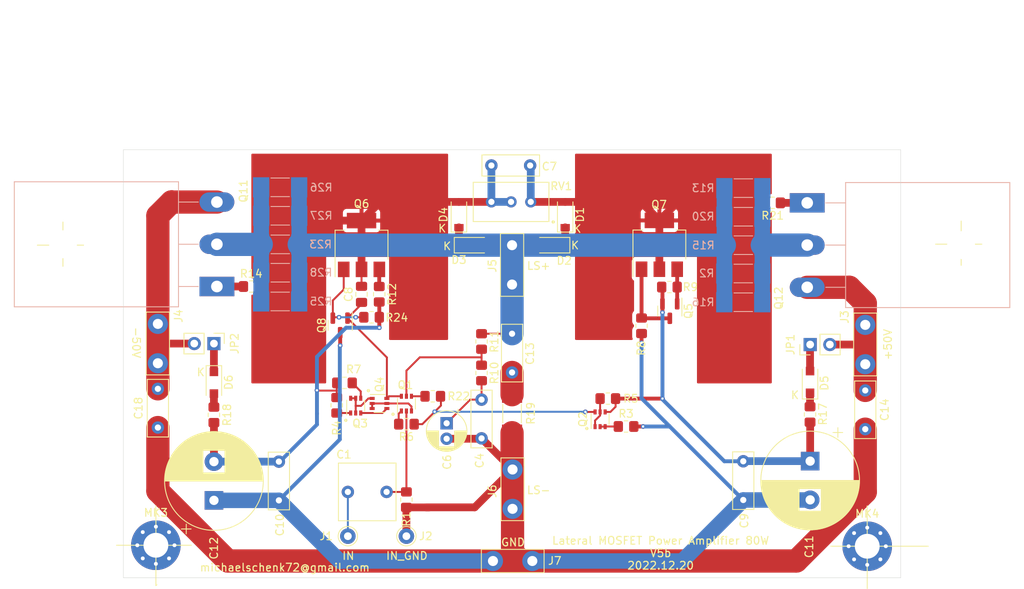
<source format=kicad_pcb>
(kicad_pcb (version 20211014) (generator pcbnew)
  (layers (0 "F.Cu" signal) (31 "B.Cu" signal) (34 "B.Paste" user) (35 "F.Paste" user) (36 "B.SilkS" user "B.Silkscreen") (37 "F.SilkS" user "F.Silkscreen") (38 "B.Mask" user) (39 "F.Mask" user) (44 "Edge.Cuts" user))
  (net 0 "")
  (net 1 "Net-(C1-Pad2)")
  (net 2 "Net-(C1-Pad1)")
  (net 3 "GND")
  (net 4 "Net-(Q1-Pad5)")
  (net 5 "Net-(C4-Pad1)")
  (net 6 "Net-(C13-Pad1)")
  (net 7 "Net-(C7-Pad1)")
  (net 8 "Net-(Q3-Pad1)")
  (net 9 "Net-(C11-Pad1)")
  (net 10 "Net-(C13-Pad2)")
  (net 11 "Net-(D1-Pad1)")
  (net 12 "Net-(D3-Pad1)")
  (net 13 "Net-(D5-Pad1)")
  (net 14 "Net-(D6-Pad2)")
  (net 15 "Net-(Q11-Pad1)")
  (net 16 "Net-(C14-Pad1)")
  (net 17 "Net-(Q1-Pad1)")
  (net 18 "Net-(C18-Pad2)")
  (net 19 "Net-(Q5-Pad3)")
  (net 20 "Net-(Q2-Pad2)")
  (net 21 "Net-(Q2-Pad1)")
  (net 22 "Net-(C8-Pad2)")
  (net 23 "Net-(Q1-Pad4)")
  (net 24 "Net-(D5-Pad2)")
  (net 25 "Net-(Q1-Pad3)")
  (net 26 "Net-(D6-Pad1)")
  (net 27 "Net-(Q5-Pad1)")
  (net 28 "Net-(Q2-Pad6)")
  (net 29 "Net-(Q12-Pad1)")
  (net 30 "Net-(Q6-Pad1)")
  (net 31 "Net-(C7-Pad2)")
  (net 32 "Net-(C10-Pad2)")
  (net 33 "Net-(Q3-Pad2)")
  (net 34 "Net-(Q3-Pad3)")
  (net 35 "Net-(Q3-Pad4)")
  (net 36 "Net-(Q6-Pad3)")
  (net 37 "Net-(Q12-Pad2)")
  (net 38 "Net-(Q11-Pad2)")
  (footprint "Capacitor_THT:C_Rect_L7.2mm_W7.2mm_P5.00mm_FKS2_FKP2_MKS2_MKP2" (layer "F.Cu") (at 143.19 88.7476 180)
    (fp_text reference "C1")
    (fp_text value "3.3uF")
  )
  (footprint "Capacitor_THT:CP_Radial_D5.0mm_P2.00mm" (layer "F.Cu") (at 150.9395 79.883 -90)
    (fp_text reference "C4")
    (fp_text value "47u/25V")
  )
  (footprint "Capacitor_THT:C_Rect_L7.2mm_W2.5mm_P5.00mm_FKS2_FKP2_MKS2_MKP2" (layer "F.Cu") (at 155.448 76.835 -90)
    (fp_text reference "C6")
    (fp_text value "100n")
  )
  (footprint "Capacitor_THT:C_Rect_L7.2mm_W2.5mm_P5.00mm_FKS2_FKP2_MKS2_MKP2" (layer "F.Cu") (at 189.23 84.789 -90)
    (fp_text reference "C9")
    (fp_text value "100n")
  )
  (footprint "Capacitor_THT:CP_Radial_D12.5mm_P5.00mm" (layer "F.Cu") (at 197.866 84.7725 -90)
    (fp_text reference "C11")
    (fp_text value "220u/100V")
  )
  (footprint "Capacitor_THT:C_Rect_L7.2mm_W2.5mm_P5.00mm_FKS2_FKP2_MKS2_MKP2" (layer "F.Cu") (at 159.385 68.326 -90)
    (fp_text reference "C13")
    (fp_text value "22n")
  )
  (footprint "Diode_SMD:D_SOD-123" (layer "F.Cu") (at 166.243 52.958 90)
    (fp_text reference "D1")
    (fp_text value "1N914")
  )
  (footprint "Diode_SMD:D_SOD-123" (layer "F.Cu") (at 164.592 56.896 180)
    (fp_text reference "D2")
    (fp_text value "12V/0.5W")
  )
  (footprint "Diode_SMD:D_SOD-123" (layer "F.Cu") (at 154.178 56.896)
    (fp_text reference "D3")
    (fp_text value "1N914")
  )
  (footprint "Diode_SMD:D_SOD-123" (layer "F.Cu") (at 152.527 52.958 90)
    (fp_text reference "D4")
    (fp_text value "12V/0.5W")
  )
  (footprint "Diode_SMD:D_SOD-123F" (layer "F.Cu") (at 197.85 74.55 90)
    (fp_text reference "D5")
    (fp_text value "SM4002PL-TP")
  )
  (footprint "Connector_Pin:Pin_D1.0mm_L10.0mm" (layer "F.Cu") (at 138.19 94.4585)
    (fp_text reference "J1")
    (fp_text value "Conn_01x01")
  )
  (footprint "Connector_Pin:Pin_D1.0mm_L10.0mm" (layer "F.Cu") (at 145.7465 94.4585)
    (fp_text reference "J2")
    (fp_text value "Conn_01x01")
  )
  (footprint "kicad-snk:TE-726386-2_Pitch5.08mm_Drill1.3mm" (layer "F.Cu") (at 204.978 72.263 90)
    (fp_text reference "J3")
    (fp_text value "+50V")
  )
  (footprint "kicad-snk:TE-726386-2_Pitch5.08mm_Drill1.3mm" (layer "F.Cu") (at 159.385 56.896 -90)
    (fp_text reference "J5")
    (fp_text value "LS+")
  )
  (footprint "kicad-snk:TE-726386-2_Pitch5.08mm_Drill1.3mm" (layer "F.Cu") (at 159.4485 85.852 -90)
    (fp_text reference "J6")
    (fp_text value "LS-")
  )
  (footprint "kicad-snk:TE-726386-2_Pitch5.08mm_Drill1.3mm" (layer "F.Cu") (at 156.9212 97.663)
    (fp_text reference "J7")
    (fp_text value "GND")
  )
  (footprint "MountingHole:MountingHole_3.2mm_M3_Pad_Via" (layer "F.Cu") (at 113.411 95.631)
    (fp_text reference "MK3")
    (fp_text value "Mounting_Hole_PAD")
  )
  (footprint "MountingHole:MountingHole_3.2mm_M3_Pad_Via" (layer "F.Cu") (at 205.232 95.758)
    (fp_text reference "MK4")
    (fp_text value "Mounting_Hole_PAD")
  )
  (footprint "Resistor_SMD:R_0805_2012Metric_Pad1.20x1.40mm_HandSolder" (layer "F.Cu") (at 145.7465 89.7435 -90)
    (fp_text reference "R1")
    (fp_text value "22k")
  )
  (footprint "Resistor_SMD:R_0805_2012Metric_Pad1.20x1.40mm_HandSolder" (layer "F.Cu") (at 174.1 80.3)
    (fp_text reference "R3")
    (fp_text value "22k/0.25W")
  )
  (footprint "Resistor_SMD:R_0805_2012Metric_Pad1.20x1.40mm_HandSolder" (layer "F.Cu") (at 171.75 76.7 180)
    (fp_text reference "R5")
    (fp_text value "150R")
  )
  (footprint "Resistor_SMD:R_0805_2012Metric_Pad1.20x1.40mm_HandSolder" (layer "F.Cu") (at 145.75 80 180)
    (fp_text reference "R6")
    (fp_text value "180R")
  )
  (footprint "Resistor_SMD:R_0805_2012Metric_Pad1.20x1.40mm_HandSolder" (layer "F.Cu") (at 155.448 73.39 -90)
    (fp_text reference "R10")
    (fp_text value "1k")
  )
  (footprint "Resistor_SMD:R_0805_2012Metric_Pad1.20x1.40mm_HandSolder" (layer "F.Cu") (at 155.448 69.326 -90)
    (fp_text reference "R11")
    (fp_text value "22k")
  )
  (footprint "Resistor_SMD:R_0805_2012Metric_Pad1.20x1.40mm_HandSolder" (layer "F.Cu") (at 125.714 62.23)
    (fp_text reference "R14")
    (fp_text value "220R")
  )
  (footprint "Resistor_SMD:R_0805_2012Metric_Pad1.20x1.40mm_HandSolder" (layer "F.Cu") (at 197.85 78.75 90)
    (fp_text reference "R17")
    (fp_text value "100R/0.25W")
  )
  (footprint "Resistor_SMD:R_MELF_MMB-0207" (layer "F.Cu") (at 159.385 78.65 -90)
    (fp_text reference "R19")
    (fp_text value "6.8R/1W")
  )
  (footprint "Resistor_SMD:R_0805_2012Metric_Pad1.20x1.40mm_HandSolder" (layer "F.Cu") (at 193.024 51.435 180)
    (fp_text reference "R21")
    (fp_text value "220R")
  )
  (footprint "Capacitor_THT:C_Rect_L7.2mm_W2.5mm_P5.00mm_FKS2_FKP2_MKS2_MKP2" (layer "F.Cu") (at 204.978 75.645 -90)
    (fp_text reference "C14")
    (fp_text value "100n")
  )
  (footprint "Resistor_SMD:R_0805_2012Metric_Pad1.20x1.40mm_HandSolder" (layer "F.Cu") (at 120.9 78.8 -90)
    (fp_text reference "R18")
    (fp_text value "100R/0.25W")
  )
  (footprint "Capacitor_THT:C_Rect_L7.2mm_W2.5mm_P5.00mm_FKS2_FKP2_MKS2_MKP2" (layer "F.Cu") (at 129.286 89.836 90)
    (fp_text reference "C10")
    (fp_text value "100n")
  )
  (footprint "Capacitor_THT:CP_Radial_D12.5mm_P5.00mm" (layer "F.Cu") (at 120.904 89.836 90)
    (fp_text reference "C12")
    (fp_text value "220u/100V")
  )
  (footprint "Resistor_SMD:R_0805_2012Metric_Pad1.20x1.40mm_HandSolder" (layer "F.Cu") (at 137.7536 74.676 180)
    (fp_text reference "R7")
    (fp_text value "220")
  )
  (footprint "Resistor_SMD:R_0805_2012Metric_Pad1.20x1.40mm_HandSolder" (layer "F.Cu") (at 136.7536 77.5622 90)
    (fp_text reference "R4")
    (fp_text value "220")
  )
  (footprint "Package_TO_SOT_SMD:SOT-23" (layer "F.Cu") (at 179.75 65.4 -90)
    (fp_text reference "Q5")
    (fp_text value "BC856B")
  )
  (footprint "Package_TO_SOT_SMD:SOT-223-3_TabPin2" (layer "F.Cu") (at 139.954 56.871 90)
    (fp_text reference "Q6")
    (fp_text value "DZT5551")
  )
  (footprint "Package_TO_SOT_SMD:SOT-363_SC-70-6" (layer "F.Cu") (at 145.75 77.35 90)
    (fp_text reference "Q1")
    (fp_text value "BCM856BS,115")
  )
  (footprint "Package_TO_SOT_SMD:SOT-363_SC-70-6" (layer "F.Cu") (at 170.7515 79.3695 90)
    (fp_text reference "Q2")
    (fp_text value "BCM856BS,115")
  )
  (footprint "kicad-snk:TE-726386-2_Pitch5.08mm_Drill1.3mm" (layer "F.Cu") (at 113.665 72.136 90)
    (fp_text reference "J4")
    (fp_text value "-50V")
  )
  (footprint "Capacitor_THT:C_Rect_L7.2mm_W2.5mm_P5.00mm_FKS2_FKP2_MKS2_MKP2" (layer "F.Cu") (at 113.665 80.438 90)
    (fp_text reference "C18")
    (fp_text value "100n")
  )
  (footprint "Diode_SMD:D_SOD-123F" (layer "F.Cu") (at 120.9 74.65 -90)
    (fp_text reference "D6")
    (fp_text value "SM4002PL-TP")
  )
  (footprint "Capacitor_THT:C_Rect_L7.2mm_W2.5mm_P5.00mm_FKS2_FKP2_MKS2_MKP2" (layer "F.Cu") (at 156.718 46.609)
    (fp_text reference "C7")
    (fp_text value "100n")
  )
  (footprint "Potentiometer_THT:Potentiometer_Bourns_3296W_Vertical" (layer "F.Cu") (at 161.798 51.308)
    (fp_text reference "RV1")
    (fp_text value "200R")
  )
  (footprint "Resistor_SMD:R_0805_2012Metric_Pad1.20x1.40mm_HandSolder" (layer "F.Cu") (at 179.7 62.3)
    (fp_text reference "R9")
    (fp_text value "40.2R")
  )
  (footprint "Package_TO_SOT_SMD:SOT-363_SC-70-6" (layer "F.Cu") (at 139.2024 77.6072 90)
    (fp_text reference "Q3")
    (fp_text value "BCM846BS,115")
  )
  (footprint "Resistor_SMD:R_0805_2012Metric_Pad1.20x1.40mm_HandSolder" (layer "F.Cu") (at 149.15 76.4 180)
    (fp_text reference "R22")
    (fp_text value "180R")
  )
  (footprint "Resistor_SMD:R_0805_2012Metric_Pad1.20x1.40mm_HandSolder" (layer "F.Cu") (at 141.25 66.2)
    (fp_text reference "R24")
    (fp_text value "1k")
  )
  (footprint "Package_TO_SOT_SMD:SOT-223-3_TabPin2" (layer "F.Cu") (at 178.4 56.85 90)
    (fp_text reference "Q7")
    (fp_text value "DZT5401")
  )
  (footprint "Capacitor_SMD:C_0805_2012Metric_Pad1.18x1.45mm_HandSolder" (layer "F.Cu") (at 139.954 63.2421 -90)
    (fp_text reference "C8")
    (fp_text value "100p")
  )
  (footprint "Package_TO_SOT_SMD:SOT-363_SC-70-6" (layer "F.Cu") (at 142.2756 77.328)
    (fp_text reference "Q4")
    (fp_text value "BCM846BS,115")
  )
  (footprint "Connector_PinHeader_2.54mm:PinHeader_1x02_P2.54mm_Vertical" (layer "F.Cu") (at 197.866 69.723 90)
    (fp_text reference "JP1")
    (fp_text value "Jump")
  )
  (footprint "Package_TO_SOT_SMD:SOT-23" (layer "F.Cu") (at 137.2 67.25 -90)
    (fp_text reference "Q8")
    (fp_text value "BC846B")
  )
  (footprint "Connector_PinHeader_2.54mm:PinHeader_1x02_P2.54mm_Vertical" (layer "F.Cu") (at 120.904 69.596 -90)
    (fp_text reference "JP2")
    (fp_text value "Jump")
  )
  (footprint "Resistor_SMD:R_0805_2012Metric_Pad1.20x1.40mm_HandSolder" (layer "F.Cu") (at 176.1 67.3 -90)
    (fp_text reference "R8")
    (fp_text value "22k/0.25W")
  )
  (footprint "Resistor_SMD:R_0805_2012Metric_Pad1.20x1.40mm_HandSolder" (layer "F.Cu") (at 142.24 63.23 -90)
    (fp_text reference "R12")
    (fp_text value "56")
  )
  (footprint "Package_TO_SOT_THT:TO-247-3_Horizontal_TabUp" (layer "B.Cu") (at 121.285 62.23 90)
    (fp_text reference "Q11")
    (fp_text value "ECX10P20")
  )
  (footprint "Package_TO_SOT_THT:TO-247-3_Horizontal_TabUp" (layer "B.Cu") (at 197.485 51.435 -90)
    (fp_text reference "Q12")
    (fp_text value "ECX10N20")
  )
  (footprint "Resistor_SMD:R_MELF_MMB-0207" (layer "B.Cu") (at 189.23 60.5536 180)
    (fp_text reference "R2")
    (fp_text value "1R")
  )
  (footprint "Resistor_SMD:R_MELF_MMB-0207" (layer "B.Cu") (at 129.4616 56.7944 180)
    (fp_text reference "R23")
    (fp_text value "1R")
  )
  (footprint "Resistor_SMD:R_MELF_MMB-0207" (layer "B.Cu") (at 189.23 64.262 180)
    (fp_text reference "R16")
    (fp_text value "1R")
  )
  (footprint "Resistor_SMD:R_MELF_MMB-0207" (layer "B.Cu") (at 129.4616 53.1016 180)
    (fp_text reference "R27")
    (fp_text value "1R")
  )
  (footprint "Resistor_SMD:R_MELF_MMB-0207" (layer "B.Cu") (at 189.2416 56.896 180)
    (fp_text reference "R15")
    (fp_text value "1R")
  )
  (footprint "Resistor_SMD:R_MELF_MMB-0207" (layer "B.Cu") (at 129.45 64.1604 180)
    (fp_text reference "R25")
    (fp_text value "1R")
  )
  (footprint "Resistor_SMD:R_MELF_MMB-0207" (layer "B.Cu") (at 189.2416 49.53 180)
    (fp_text reference "R13")
    (fp_text value "1R")
  )
  (footprint "Resistor_SMD:R_MELF_MMB-0207" (layer "B.Cu") (at 129.4616 60.452 180)
    (fp_text reference "R28")
    (fp_text value "1R")
  )
  (footprint "Resistor_SMD:R_MELF_MMB-0207" (layer "B.Cu") (at 129.45 49.4284 180)
    (fp_text reference "R26")
    (fp_text value "1R")
  )
  (footprint "Resistor_SMD:R_MELF_MMB-0207" (layer "B.Cu") (at 189.2416 53.2228 180)
    (fp_text reference "R20")
    (fp_text value "1R")
  )
  (gr_line (start 98.1075 56.896) (end 104.0765 56.896) (layer "F.SilkS") (width 0.12))
  (gr_line (start 101.4095 53.9115) (end 101.4095 59.6265) (layer "F.SilkS") (width 0.12))
  (gr_line (start 213.106 95.758) (end 200.533 95.758) (layer "F.SilkS") (width 0.12))
  (gr_line (start 117.983 95.631) (end 108.331 95.631) (layer "F.SilkS") (width 0.12))
  (gr_line (start 205.232 101.219) (end 205.232 90.551) (layer "F.SilkS") (width 0.12))
  (gr_line (start 217.3605 53.7845) (end 217.3605 59.4995) (layer "F.SilkS") (width 0.12))
  (gr_line (start 214.0585 56.769) (end 220.0275 56.769) (layer "F.SilkS") (width 0.12))
  (gr_line (start 113.411 90.551) (end 113.411 100.838) (layer "F.SilkS") (width 0.12))
  (gr_line (start 113.411 100.838) (end 113.538 100.711) (layer "F.SilkS") (width 0.12))
  (gr_line (start 109.22 99.822) (end 209.55 99.822) (layer "Edge.Cuts") (width 0.05))
  (gr_line (start 109.22 44.577) (end 109.22 99.822) (layer "Edge.Cuts") (width 0.05))
  (gr_line (start 209.55 44.577) (end 209.55 99.822) (layer "Edge.Cuts") (width 0.05))
  (gr_line (start 109.22 44.577) (end 209.55 44.577) (layer "Edge.Cuts") (width 0.05))
  (gr_text "GND" (at 159.512 95.25) (layer "F.SilkS") (effects (font (size 1 1))))
  (gr_text "-50V" (at 110.871 69.469 -90) (layer "F.SilkS") (effects (font (size 1 1))))
  (gr_text "°" (at 164.7 54.3) (layer "F.SilkS") (effects (font (size 1 1))))
  (gr_text "°" (at 169.037 80.957) (layer "F.SilkS") (effects (font (size 1 1))))
  (gr_text "°" (at 144.018 79.121) (layer "F.SilkS") (effects (font (size 1 1))))
  (gr_text "IN" (at 138.25 97) (layer "F.SilkS") (effects (font (size 1 1))))
  (gr_text "LS+" (at 162.814 59.563) (layer "F.SilkS") (effects (font (size 1 1))))
  (gr_text "K" (at 119.2 73.3) (layer "F.SilkS") (effects (font (size 1 1))))
  (gr_text "+50V" (at 207.899 69.723 90) (layer "F.SilkS") (effects (font (size 1 1))))
  (gr_text "IN_GND" (at 145.81 96.9985) (layer "F.SilkS") (effects (font (size 1 1))))
  (gr_text "°" (at 140.843 76.073) (layer "F.SilkS") (effects (font (size 1 1))))
  (gr_text "K" (at 167.513 56.9214) (layer "F.SilkS") (effects (font (size 1 1))))
  (gr_text "michaelschenk72@gmail.com" (at 130.05 98.5) (layer "F.SilkS") (effects (font (size 1 1))))
  (gr_text "K" (at 195.9 76.25) (layer "F.SilkS") (effects (font (size 1 1))))
  (gr_text "K" (at 151.003 57.023) (layer "F.SilkS") (effects (font (size 1 1))))
  (gr_text "Lateral MOSFET Power Amplifier 80W\nV5b\n2022.12.20" (at 178.562 96.647) (layer "F.SilkS") (effects (font (size 1 1))))
  (gr_text "°" (at 137.922 79.9084) (layer "F.SilkS") (effects (font (size 1 1))))
  (gr_text "K" (at 167.8178 54.7878) (layer "F.SilkS") (effects (font (size 1 1))))
  (gr_text "K" (at 150.368 54.737) (layer "F.SilkS") (effects (font (size 1 1))))
  (gr_text "LS-" (at 162.814 88.519) (layer "F.SilkS") (effects (font (size 1 1))))
  (segment (start 138.19 94.4585) (end 138.19 88.7476) (width 0.25) (layer "B.Cu") (net 1))
  (segment (start 143.19 88.7476) (end 145.7424 88.7476) (width 0.25) (layer "F.Cu") (net 2))
  (segment (start 145.75 88.74) (end 145.75 78.3) (width 0.25) (layer "F.Cu") (net 2))
  (segment (start 145.7465 88.7435) (end 145.75 88.74) (width 0.25) (layer "F.Cu") (net 2))
  (segment (start 150.9395 81.883) (end 155.4 81.883) (width 1) (layer "F.Cu") (net 3))
  (segment (start 156.9212 97.663) (end 122.695002 97.663) (width 3) (layer "F.Cu") (net 3))
  (segment (start 148.3 90.7375) (end 154.563 90.7375) (width 1) (layer "F.Cu") (net 3))
  (segment (start 204.978 88.759998) (end 204.978 80.645) (width 3) (layer "F.Cu") (net 3))
  (segment (start 145.7465 90.7435) (end 148.652 90.7435) (width 1) (layer "F.Cu") (net 3))
  (segment (start 160.528 97.663) (end 156.9212 97.663) (width 3) (layer "F.Cu") (net 3))
  (segment (start 154.563 90.7375) (end 159.4485 85.852) (width 1) (layer "F.Cu") (net 3))
  (segment (start 159.4485 85.8355) (end 155.448 81.835) (width 1) (layer "F.Cu") (net 3))
  (segment (start 137.2 68.1875) (end 137.2 69.85) (width 0.5) (layer "F.Cu") (net 3))
  (segment (start 196.074998 97.663) (end 204.978 88.759998) (width 3) (layer "F.Cu") (net 3))
  (segment (start 159.4485 96.5835) (end 160.528 97.663) (width 3) (layer "F.Cu") (net 3))
  (segment (start 113.665 80.438) (end 113.665 88.632998) (width 3) (layer "F.Cu") (net 3))
  (segment (start 162.0012 97.663) (end 196.074998 97.663) (width 3) (layer "F.Cu") (net 3))
  (segment (start 159.385 81.1) (end 159.385 85.7885) (width 3) (layer "F.Cu") (net 3))
  (segment (start 175.1 80.3) (end 176.3 80.3) (width 0.5) (layer "F.Cu") (net 3))
  (segment (start 162.0012 97.663) (end 160.528 97.663) (width 3) (layer "F.Cu") (net 3))
  (segment (start 159.4485 90.932) (end 159.4485 96.5835) (width 3) (layer "F.Cu") (net 3))
  (segment (start 176.1 68.3) (end 176.1 69.5) (width 0.5) (layer "F.Cu") (net 3))
  (segment (start 113.665 88.632998) (end 122.695002 97.663) (width 3) (layer "F.Cu") (net 3))
  (segment (start 145.7465 94.4585) (end 145.7465 90.7435) (width 1) (layer "F.Cu") (net 3))
  (segment (start 159.4485 85.852) (end 159.4485 90.932) (width 3) (layer "F.Cu") (net 3))
  (via (at 176.3 80.3) (size 0.6) (drill 0.3) (layers "F.Cu" "B.Cu") (net 3))
  (via (at 176.1 69.5) (size 0.6) (drill 0.3) (layers "F.Cu" "B.Cu") (net 3))
  (via (at 137.2 69.85) (size 0.6) (drill 0.3) (layers "F.Cu" "B.Cu") (net 3))
  (segment (start 137.150489 69.899511) (end 137.150489 81.971511) (width 0.5) (layer "B.Cu") (net 3))
  (segment (start 162.0012 97.663) (end 181.356 97.663) (width 2) (layer "B.Cu") (net 3))
  (segment (start 181.356 97.663) (end 189.23 89.789) (width 2) (layer "B.Cu") (net 3))
  (segment (start 179.65 80.3) (end 179.6955 80.2545) (width 0.5) (layer "B.Cu") (net 3))
  (segment (start 176.1 76.659) (end 176.1 69.5) (width 0.5) (layer "B.Cu") (net 3))
  (segment (start 176.3 80.3) (end 179.65 80.3) (width 0.5) (layer "B.Cu") (net 3))
  (segment (start 129.286 89.836) (end 137.15 97.7) (width 2) (layer "B.Cu") (net 3))
  (segment (start 156.9212 97.663) (end 137.187 97.663) (width 2) (layer "B.Cu") (net 3))
  (segment (start 137.150489 81.971511) (end 129.286 89.836) (width 0.5) (layer "B.Cu") (net 3))
  (segment (start 137.2 69.85) (end 137.150489 69.899511) (width 0.5) (layer "B.Cu") (net 3))
  (segment (start 189.23 89.789) (end 197.8495 89.789) (width 2) (layer "B.Cu") (net 3))
  (segment (start 189.23 89.789) (end 179.6955 80.2545) (width 0.5) (layer "B.Cu") (net 3))
  (segment (start 137.187 97.663) (end 137.15 97.7) (width 2) (layer "B.Cu") (net 3))
  (segment (start 129.286 89.836) (end 120.904 89.836) (width 2) (layer "B.Cu") (net 3))
  (segment (start 179.6955 80.2545) (end 176.1 76.659) (width 0.5) (layer "B.Cu") (net 3))
  (segment (start 155.448 71.374) (end 147.4724 71.374) (width 0.25) (layer "F.Cu") (net 4))
  (segment (start 147.4724 71.374) (end 145.75 73.0964) (width 0.25) (layer "F.Cu") (net 4))
  (segment (start 155.448 72.39) (end 155.448 71.374) (width 0.25) (layer "F.Cu") (net 4))
  (segment (start 145.75 73.0964) (end 145.75 76.4) (width 0.25) (layer "F.Cu") (net 4))
  (segment (start 155.448 71.374) (end 155.448 70.326) (width 0.25) (layer "F.Cu") (net 4))
  (segment (start 155.448 76.835) (end 153.9875 76.835) (width 0.25) (layer "F.Cu") (net 5))
  (segment (start 153.9875 76.835) (end 150.9395 79.883) (width 0.25) (layer "F.Cu") (net 5))
  (segment (start 155.448 76.835) (end 155.448 74.39) (width 0.25) (layer "F.Cu") (net 5))
  (segment (start 162.942 56.896) (end 159.385 56.896) (width 1) (layer "F.Cu") (net 6))
  (segment (start 159.385 68.326) (end 155.448 68.326) (width 0.25) (layer "F.Cu") (net 6))
  (segment (start 155.828 56.896) (end 159.385 56.896) (width 1) (layer "F.Cu") (net 6))
  (segment (start 159.385 61.976) (end 159.385 68.326) (width 3) (layer "B.Cu") (net 6))
  (segment (start 131.9 53.09) (end 131.9116 53.1016) (width 2) (layer "B.Cu") (net 6))
  (segment (start 132.0132 56.896) (end 131.9116 56.7944) (width 3) (layer "B.Cu") (net 6))
  (segment (start 131.9116 64.1488) (end 131.9 64.1604) (width 2) (layer "B.Cu") (net 6))
  (segment (start 159.385 56.896) (end 159.385 61.976) (width 3) (layer "B.Cu") (net 6))
  (segment (start 186.78 60.5536) (end 186.78 56.9076) (width 2) (layer "B.Cu") (net 6))
  (segment (start 131.9 49.4284) (end 131.9 53.09) (width 2) (layer "B.Cu") (net 6))
  (segment (start 186.7916 53.2228) (end 186.7916 49.53) (width 2) (layer "B.Cu") (net 6))
  (segment (start 186.78 64.262) (end 186.78 60.5536) (width 2) (layer "B.Cu") (net 6))
  (segment (start 186.7916 56.896) (end 186.7916 53.2228) (width 2) (layer "B.Cu") (net 6))
  (segment (start 186.7916 56.896) (end 159.385 56.896) (width 3) (layer "B.Cu") (net 6))
  (segment (start 131.9116 53.1016) (end 131.9116 56.7944) (width 2) (layer "B.Cu") (net 6))
  (segment (start 131.9116 56.7944) (end 131.9116 60.452) (width 2) (layer "B.Cu") (net 6))
  (segment (start 159.385 56.896) (end 132.0132 56.896) (width 3) (layer "B.Cu") (net 6))
  (segment (start 186.78 56.9076) (end 186.7916 56.896) (width 2) (layer "B.Cu") (net 6))
  (segment (start 131.9116 60.452) (end 131.9116 64.1488) (width 2) (layer "B.Cu") (net 6))
  (segment (start 128.27 62.23) (end 126.714 62.23) (width 1) (layer "F.Cu") (net 7))
  (segment (start 139.954 62.2046) (end 139.954 60.021) (width 0.25) (layer "F.Cu") (net 7))
  (segment (start 139.954 60.021) (end 139.954 53.721) (width 1) (layer "F.Cu") (net 7))
  (segment (start 156.718 51.308) (end 152.527 51.308) (width 1) (layer "F.Cu") (net 7))
  (segment (start 136.779 53.721) (end 128.27 62.23) (width 1) (layer "F.Cu") (net 7))
  (segment (start 152.527 51.308) (end 142.367 51.308) (width 1) (layer "F.Cu") (net 7))
  (segment (start 142.367 51.308) (end 139.954 53.721) (width 1) (layer "F.Cu") (net 7))
  (segment (start 139.954 53.721) (end 136.779 53.721) (width 1) (layer "F.Cu") (net 7))
  (segment (start 159.258 51.308) (end 156.718 51.308) (width 1) (layer "B.Cu") (net 7))
  (segment (start 156.718 51.308) (end 156.718 46.609) (width 1) (layer "B.Cu") (net 7))
  (segment (start 136.7586 78.5572) (end 136.7536 78.5622) (width 0.25) (layer "F.Cu") (net 8))
  (segment (start 138.5524 78.5572) (end 136.7586 78.5572) (width 0.25) (layer "F.Cu") (net 8))
  (segment (start 178.8 64.4625) (end 178.8 65.588) (width 0.5) (layer "F.Cu") (net 9))
  (segment (start 172.0805 78.4195) (end 171.4015 78.4195) (width 0.25) (layer "F.Cu") (net 9))
  (segment (start 172.75 77.75) (end 172.0805 78.4195) (width 0.25) (layer "F.Cu") (net 9))
  (segment (start 197.866 84.7725) (end 197.866 79.766) (width 1) (layer "F.Cu") (net 9))
  (segment (start 172.75 76.7) (end 172.75 77.75) (width 0.25) (layer "F.Cu") (net 9))
  (segment (start 172.75 76.7) (end 178.8 76.7) (width 0.5) (layer "F.Cu") (net 9))
  (segment (start 178.8 64.4625) (end 178.8 62.4) (width 0.5) (layer "F.Cu") (net 9))
  (via (at 178.8 76.7) (size 0.6) (drill 0.3) (layers "F.Cu" "B.Cu") (net 9))
  (via (at 178.8 65.588) (size 0.6) (drill 0.3) (layers "F.Cu" "B.Cu") (net 9))
  (segment (start 178.8 65.588) (end 178.8 76.7) (width 0.5) (layer "B.Cu") (net 9))
  (segment (start 189.23 84.789) (end 186.789 84.789) (width 0.5) (layer "B.Cu") (net 9))
  (segment (start 197.866 84.7725) (end 189.2465 84.7725) (width 1) (layer "B.Cu") (net 9))
  (segment (start 186.789 84.789) (end 178.75 76.75) (width 0.5) (layer "B.Cu") (net 9))
  (segment (start 178.8 76.7) (end 178.75 76.75) (width 0.5) (layer "B.Cu") (net 9))
  (segment (start 159.385 73.326) (end 159.385 76.2) (width 3) (layer "F.Cu") (net 10))
  (segment (start 166.242 56.896) (end 166.242 54.609) (width 1) (layer "F.Cu") (net 11))
  (segment (start 166.242 54.609) (end 166.243 54.608) (width 1) (layer "F.Cu") (net 11))
  (segment (start 152.528 56.896) (end 152.528 54.609) (width 1) (layer "F.Cu") (net 12))
  (segment (start 152.528 54.609) (end 152.527 54.608) (width 1) (layer "F.Cu") (net 12))
  (segment (start 197.85 77.75) (end 197.85 75.95) (width 1) (layer "F.Cu") (net 13))
  (segment (start 120.9 77.8) (end 120.9 76.05) (width 1) (layer "F.Cu") (net 14))
  (segment (start 121.285 62.23) (end 124.714 62.23) (width 1) (layer "F.Cu") (net 15))
  (segment (start 202.924 62.335) (end 197.485 62.335) (width 3) (layer "F.Cu") (net 16))
  (segment (start 200.406 69.723) (end 204.597 69.723) (width 1) (layer "F.Cu") (net 16))
  (segment (start 204.597 69.723) (end 204.978 70.104) (width 1) (layer "F.Cu") (net 16))
  (segment (start 204.978 67.183) (end 204.978 70.104) (width 3) (layer "F.Cu") (net 16))
  (segment (start 204.978 72.263) (end 204.978 75.645) (width 3) (layer "F.Cu") (net 16))
  (segment (start 204.978 70.104) (end 204.978 72.263) (width 3) (layer "F.Cu") (net 16))
  (segment (start 204.978 64.389) (end 202.924 62.335) (width 3) (layer "F.Cu") (net 16))
  (segment (start 204.978 67.183) (end 204.978 64.389) (width 3) (layer "F.Cu") (net 16))
  (segment (start 144.75 80) (end 144.75 78.65) (width 0.25) (layer "F.Cu") (net 17))
  (segment (start 144.75 78.65) (end 145.1 78.3) (width 0.25) (layer "F.Cu") (net 17))
  (segment (start 114.554 69.596) (end 113.665 70.485) (width 1) (layer "F.Cu") (net 18))
  (segment (start 113.665 53.086) (end 115.443 51.308) (width 3) (layer "F.Cu") (net 18))
  (segment (start 113.665 75.438) (end 113.665 72.136) (width 3) (layer "F.Cu") (net 18))
  (segment (start 113.665 72.136) (end 113.665 70.485) (width 3) (layer "F.Cu") (net 18))
  (segment (start 113.665 70.485) (end 113.665 67.056) (width 3) (layer "F.Cu") (net 18))
  (segment (start 113.665 67.056) (end 113.665 53.086) (width 3) (layer "F.Cu") (net 18))
  (segment (start 115.465 51.33) (end 121.285 51.33) (width 3) (layer "F.Cu") (net 18))
  (segment (start 115.443 51.308) (end 115.465 51.33) (width 3) (layer "F.Cu") (net 18))
  (segment (start 118.364 69.596) (end 114.554 69.596) (width 1) (layer "F.Cu") (net 18))
  (segment (start 179.75 66.3375) (end 176.1375 66.3375) (width 0.5) (layer "F.Cu") (net 19))
  (segment (start 176.1 66.3) (end 176.1 60) (width 0.5) (layer "F.Cu") (net 19))
  (segment (start 173.1 80.3) (end 171.421 80.3) (width 0.25) (layer "F.Cu") (net 20))
  (segment (start 170.7515 80.3195) (end 171.4015 80.3195) (width 0.25) (layer "F.Cu") (net 20))
  (segment (start 170.7515 78.879502) (end 170.7515 78.4195) (width 0.25) (layer "F.Cu") (net 21))
  (segment (start 170.7515 78.4195) (end 170.7515 76.7015) (width 0.25) (layer "F.Cu") (net 21))
  (segment (start 170.1015 80.3195) (end 170.1015 79.529502) (width 0.25) (layer "F.Cu") (net 21))
  (segment (start 170.1015 79.529502) (end 170.7515 78.879502) (width 0.25) (layer "F.Cu") (net 21))
  (segment (start 143.5036 76.4) (end 143.2256 76.678) (width 0.25) (layer "F.Cu") (net 22))
  (segment (start 138.15 66.3125) (end 143.2256 71.3881) (width 0.25) (layer "F.Cu") (net 22))
  (segment (start 143.2256 71.3881) (end 143.2256 76.678) (width 0.25) (layer "F.Cu") (net 22))
  (segment (start 139.954 64.5085) (end 138.15 66.3125) (width 0.25) (layer "F.Cu") (net 22))
  (segment (start 145.1 76.4) (end 143.5036 76.4) (width 0.25) (layer "F.Cu") (net 22))
  (segment (start 148.15 76.4) (end 146.4 76.4) (width 0.25) (layer "F.Cu") (net 23))
  (segment (start 197.85 73.15) (end 197.85 69.739) (width 1) (layer "F.Cu") (net 24))
  (segment (start 141.3256 77.978) (end 141.3256 77.328) (width 0.25) (layer "F.Cu") (net 25))
  (segment (start 146.003 77.328) (end 143.2256 77.328) (width 0.25) (layer "F.Cu") (net 25))
  (segment (start 146.4 77.725) (end 146.003 77.328) (width 0.25) (layer "F.Cu") (net 25))
  (segment (start 143.2256 77.328) (end 141.3256 77.328) (width 0.25) (layer "F.Cu") (net 25))
  (segment (start 146.4 78.3) (end 146.4 77.725) (width 0.25) (layer "F.Cu") (net 25))
  (segment (start 120.9 73.25) (end 120.9 69.6) (width 1) (layer "F.Cu") (net 26))
  (segment (start 180.7 64.4625) (end 180.7 62.3) (width 0.5) (layer "F.Cu") (net 27))
  (segment (start 180.7 62.3) (end 180.7 60) (width 0.5) (layer "F.Cu") (net 27))
  (segment (start 170.1015 78.4195) (end 168.849 78.4195) (width 0.25) (layer "F.Cu") (net 28))
  (segment (start 168.849 78.4195) (end 168.8465 78.417) (width 0.25) (layer "F.Cu") (net 28))
  (segment (start 146.75 80) (end 147.8 80) (width 0.25) (layer "F.Cu") (net 28))
  (segment (start 150.2 77.6) (end 150.2 76.45) (width 0.25) (layer "F.Cu") (net 28))
  (segment (start 149.4 78.4) (end 150.2 77.6) (width 0.25) (layer "F.Cu") (net 28))
  (segment (start 147.8 80) (end 149.4 78.4) (width 0.25) (layer "F.Cu") (net 28))
  (via (at 168.8465 78.417) (size 0.6) (drill 0.3) (layers "F.Cu" "B.Cu") (net 28))
  (via (at 149.4 78.4) (size 0.6) (drill 0.3) (layers "F.Cu" "B.Cu") (net 28))
  (segment (start 168.8295 78.4) (end 168.8465 78.417) (width 0.25) (layer "B.Cu") (net 28))
  (segment (start 149.4 78.4) (end 168.8295 78.4) (width 0.25) (layer "B.Cu") (net 28))
  (segment (start 197.485 51.435) (end 194.024 51.435) (width 1) (layer "F.Cu") (net 29))
  (segment (start 137.654 62.625) (end 136.25 64.029) (width 0.25) (layer "F.Cu") (net 30))
  (segment (start 137.654 60.021) (end 137.654 62.625) (width 0.25) (layer "F.Cu") (net 30))
  (segment (start 136.25 64.029) (end 136.25 66.3125) (width 0.25) (layer "F.Cu") (net 30))
  (segment (start 137.05 66.2) (end 136.3625 66.2) (width 0.25) (layer "F.Cu") (net 30))
  (segment (start 140.25 66.2) (end 139.2 66.2) (width 0.25) (layer "F.Cu") (net 30))
  (via (at 137.05 66.2) (size 0.6) (drill 0.3) (layers "F.Cu" "B.Cu") (net 30))
  (via (at 139.2 66.2) (size 0.6) (drill 0.3) (layers "F.Cu" "B.Cu") (net 30))
  (segment (start 139.2 66.2) (end 137.05 66.2) (width 0.25) (layer "B.Cu") (net 30))
  (segment (start 166.243 51.308) (end 161.798 51.308) (width 1) (layer "F.Cu") (net 31))
  (segment (start 178.4 53.7) (end 180.7 51.4) (width 1) (layer "F.Cu") (net 31))
  (segment (start 176.008 51.308) (end 178.4 53.7) (width 1) (layer "F.Cu") (net 31))
  (segment (start 166.243 51.308) (end 176.008 51.308) (width 1) (layer "F.Cu") (net 31))
  (segment (start 180.7 51.4) (end 191.989 51.4) (width 1) (layer "F.Cu") (net 31))
  (segment (start 178.4 60) (end 178.4 53.7) (width 1) (layer "F.Cu") (net 31))
  (segment (start 161.798 51.308) (end 161.798 46.689) (width 1) (layer "B.Cu") (net 31))
  (segment (start 142.25 64.24) (end 142.24 64.23) (width 0.5) (layer "F.Cu") (net 32))
  (segment (start 136.7536 75.6666) (end 134.239 75.6666) (width 0.25) (layer "F.Cu") (net 32))
  (segment (start 136.7536 75.6666) (end 136.7536 74.676) (width 0.25) (layer "F.Cu") (net 32))
  (segment (start 134.239 75.6666) (end 134.2 75.6276) (width 0.25) (layer "F.Cu") (net 32))
  (segment (start 120.904 84.836) (end 120.904 79.804) (width 1) (layer "F.Cu") (net 32))
  (segment (start 142.25 66.2) (end 142.25 67.55) (width 0.5) (layer "F.Cu") (net 32))
  (segment (start 136.7536 76.5622) (end 136.7536 75.6666) (width 0.25) (layer "F.Cu") (net 32))
  (segment (start 142.25 66.2) (end 142.25 64.24) (width 0.5) (layer "F.Cu") (net 32))
  (via (at 134.2 75.6276) (size 0.6) (drill 0.3) (layers "F.Cu" "B.Cu") (net 32))
  (via (at 142.25 67.55) (size 0.6) (drill 0.3) (layers "F.Cu" "B.Cu") (net 32))
  (segment (start 134.2 75.6276) (end 134.2 78.652) (width 0.5) (layer "B.Cu") (net 32))
  (segment (start 142.25 67.55) (end 137.95 67.55) (width 0.5) (layer "B.Cu") (net 32))
  (segment (start 137.95 67.55) (end 134.2 71.3) (width 0.5) (layer "B.Cu") (net 32))
  (segment (start 129.286 84.836) (end 120.904 84.836) (width 1) (layer "B.Cu") (net 32))
  (segment (start 134.2 80.05) (end 129.414 84.836) (width 0.5) (layer "B.Cu") (net 32))
  (segment (start 134.2 78.652) (end 134.2 80.05) (width 0.5) (layer "B.Cu") (net 32))
  (segment (start 134.2 74.4) (end 134.2 75.6276) (width 0.5) (layer "B.Cu") (net 32))
  (segment (start 134.2 71.3) (end 134.2 74.4) (width 0.5) (layer "B.Cu") (net 32))
  (segment (start 141.3048 76.6572) (end 141.3256 76.678) (width 0.25) (layer "F.Cu") (net 33))
  (segment (start 139.8928 77.6328) (end 139.2024 77.6328) (width 0.25) (layer "F.Cu") (net 33))
  (segment (start 139.2024 78.5572) (end 139.2024 77.6328) (width 0.25) (layer "F.Cu") (net 33))
  (segment (start 140.8476 76.678) (end 139.8928 77.6328) (width 0.25) (layer "F.Cu") (net 33))
  (segment (start 141.3256 76.678) (end 140.8476 76.678) (width 0.25) (layer "F.Cu") (net 33))
  (segment (start 139.2024 76.6572) (end 138.5524 76.6572) (width 0.25) (layer "F.Cu") (net 33))
  (segment (start 139.2024 77.6328) (end 139.2024 76.6572) (width 0.25) (layer "F.Cu") (net 33))
  (segment (start 142.6464 78.5572) (end 143.2256 77.978) (width 0.25) (layer "F.Cu") (net 34))
  (segment (start 139.8524 78.5572) (end 142.6464 78.5572) (width 0.25) (layer "F.Cu") (net 34))
  (segment (start 139.8524 76.6572) (end 139.8524 75.7748) (width 0.25) (layer "F.Cu") (net 35))
  (segment (start 139.8524 75.7748) (end 138.7536 74.676) (width 0.25) (layer "F.Cu") (net 35))
  (segment (start 142.24 60.035) (end 142.254 60.021) (width 0.5) (layer "F.Cu") (net 36))
  (segment (start 142.24 62.23) (end 142.24 60.035) (width 0.5) (layer "F.Cu") (net 36))
  (segment (start 191.7026 56.885) (end 191.6916 56.896) (width 3) (layer "B.Cu") (net 37))
  (segment (start 191.6916 56.896) (end 191.6916 60.542) (width 2) (layer "B.Cu") (net 37))
  (segment (start 191.6916 53.2228) (end 191.6916 56.896) (width 2) (layer "B.Cu") (net 37))
  (segment (start 197.474 56.896) (end 197.485 56.885) (width 2) (layer "B.Cu") (net 37))
  (segment (start 197.485 56.885) (end 191.7026 56.885) (width 3) (layer "B.Cu") (net 37))
  (segment (start 191.68 60.5536) (end 191.68 64.262) (width 2) (layer "B.Cu") (net 37))
  (segment (start 191.6916 60.542) (end 191.68 60.5536) (width 2) (layer "B.Cu") (net 37))
  (segment (start 191.6916 49.53) (end 191.6916 53.2228) (width 2) (layer "B.Cu") (net 37))
  (segment (start 127.0116 56.7944) (end 127.0116 53.1016) (width 2) (layer "B.Cu") (net 38))
  (segment (start 127.0116 60.452) (end 127.0116 56.7944) (width 2) (layer "B.Cu") (net 38))
  (segment (start 127.0116 49.44) (end 127 49.4284) (width 2) (layer "B.Cu") (net 38))
  (segment (start 121.2994 56.7944) (end 121.285 56.78) (width 3) (layer "B.Cu") (net 38))
  (segment (start 127.0116 56.7944) (end 121.2994 56.7944) (width 3) (layer "B.Cu") (net 38))
  (segment (start 127 64.1604) (end 127 60.4636) (width 2) (layer "B.Cu") (net 38))
  (segment (start 127 60.4636) (end 127.0116 60.452) (width 2) (layer "B.Cu") (net 38))
  (segment (start 127.0116 53.1016) (end 127.0116 49.44) (width 2) (layer "B.Cu") (net 38))
  (zone (net 7) (net_name "Net-(C7-Pad1)") (layer "F.Cu") (connect_pads (clearance 0.508)) (min_thickness 0.254) (fill yes (thermal_gap 0.508) (thermal_bridge_width 0.508))
    (polygon (pts (xy 151.13 69.135) (xy 143.51 69.135) (xy 143.51 58.42) (xy 135.39 58.42) (xy 135.39 74.739) (xy 125.73 74.739) (xy 125.73 44.577) (xy 151.13 44.577)))
  )
  (zone (net 31) (net_name "Net-(C7-Pad2)") (layer "F.Cu") (connect_pads (clearance 0.508)) (min_thickness 0.254) (fill yes (thermal_gap 0.508) (thermal_bridge_width 0.508))
    (polygon (pts (xy 167.513 69.135) (xy 175.133 69.135) (xy 175.133 58.42) (xy 183.253 58.42) (xy 183.253 74.739) (xy 192.913 74.739) (xy 192.913 44.577) (xy 167.513 44.577)))
  )
)
</source>
